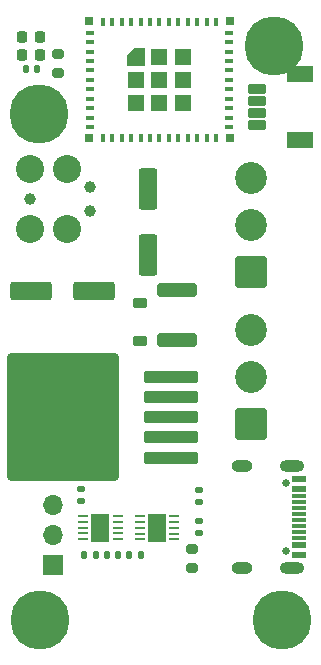
<source format=gts>
G04 #@! TF.GenerationSoftware,KiCad,Pcbnew,7.0.9+1*
G04 #@! TF.CreationDate,2024-01-15T22:22:17-05:00*
G04 #@! TF.ProjectId,2812-32-mini,32383132-2d33-4322-9d6d-696e692e6b69,rev?*
G04 #@! TF.SameCoordinates,Original*
G04 #@! TF.FileFunction,Soldermask,Top*
G04 #@! TF.FilePolarity,Negative*
%FSLAX46Y46*%
G04 Gerber Fmt 4.6, Leading zero omitted, Abs format (unit mm)*
G04 Created by KiCad (PCBNEW 7.0.9+1) date 2024-01-15 22:22:17*
%MOMM*%
%LPD*%
G01*
G04 APERTURE LIST*
G04 Aperture macros list*
%AMRoundRect*
0 Rectangle with rounded corners*
0 $1 Rounding radius*
0 $2 $3 $4 $5 $6 $7 $8 $9 X,Y pos of 4 corners*
0 Add a 4 corners polygon primitive as box body*
4,1,4,$2,$3,$4,$5,$6,$7,$8,$9,$2,$3,0*
0 Add four circle primitives for the rounded corners*
1,1,$1+$1,$2,$3*
1,1,$1+$1,$4,$5*
1,1,$1+$1,$6,$7*
1,1,$1+$1,$8,$9*
0 Add four rect primitives between the rounded corners*
20,1,$1+$1,$2,$3,$4,$5,0*
20,1,$1+$1,$4,$5,$6,$7,0*
20,1,$1+$1,$6,$7,$8,$9,0*
20,1,$1+$1,$8,$9,$2,$3,0*%
%AMFreePoly0*
4,1,6,0.725000,-0.725000,-0.725000,-0.725000,-0.725000,0.125000,-0.125000,0.725000,0.725000,0.725000,0.725000,-0.725000,0.725000,-0.725000,$1*%
G04 Aperture macros list end*
%ADD10RoundRect,0.135000X0.185000X-0.135000X0.185000X0.135000X-0.185000X0.135000X-0.185000X-0.135000X0*%
%ADD11RoundRect,0.250000X1.450000X-0.312500X1.450000X0.312500X-1.450000X0.312500X-1.450000X-0.312500X0*%
%ADD12C,5.000000*%
%ADD13R,0.800000X0.400000*%
%ADD14R,0.400000X0.800000*%
%ADD15FreePoly0,0.000000*%
%ADD16R,1.450000X1.450000*%
%ADD17R,0.700000X0.700000*%
%ADD18RoundRect,0.140000X0.140000X0.170000X-0.140000X0.170000X-0.140000X-0.170000X0.140000X-0.170000X0*%
%ADD19RoundRect,0.101600X0.675000X-0.300000X0.675000X0.300000X-0.675000X0.300000X-0.675000X-0.300000X0*%
%ADD20RoundRect,0.101600X1.000000X-0.600000X1.000000X0.600000X-1.000000X0.600000X-1.000000X-0.600000X0*%
%ADD21RoundRect,0.250000X2.050000X0.300000X-2.050000X0.300000X-2.050000X-0.300000X2.050000X-0.300000X0*%
%ADD22RoundRect,0.250002X4.449998X5.149998X-4.449998X5.149998X-4.449998X-5.149998X4.449998X-5.149998X0*%
%ADD23RoundRect,0.225000X0.225000X0.250000X-0.225000X0.250000X-0.225000X-0.250000X0.225000X-0.250000X0*%
%ADD24RoundRect,0.135000X-0.185000X0.135000X-0.185000X-0.135000X0.185000X-0.135000X0.185000X0.135000X0*%
%ADD25RoundRect,0.225000X0.375000X-0.225000X0.375000X0.225000X-0.375000X0.225000X-0.375000X-0.225000X0*%
%ADD26RoundRect,0.250001X1.099999X-1.099999X1.099999X1.099999X-1.099999X1.099999X-1.099999X-1.099999X0*%
%ADD27C,2.700000*%
%ADD28RoundRect,0.225000X-0.225000X-0.250000X0.225000X-0.250000X0.225000X0.250000X-0.225000X0.250000X0*%
%ADD29RoundRect,0.200000X0.275000X-0.200000X0.275000X0.200000X-0.275000X0.200000X-0.275000X-0.200000X0*%
%ADD30RoundRect,0.250000X-0.550000X1.500000X-0.550000X-1.500000X0.550000X-1.500000X0.550000X1.500000X0*%
%ADD31RoundRect,0.135000X0.135000X0.185000X-0.135000X0.185000X-0.135000X-0.185000X0.135000X-0.185000X0*%
%ADD32RoundRect,0.062500X0.350000X0.062500X-0.350000X0.062500X-0.350000X-0.062500X0.350000X-0.062500X0*%
%ADD33R,1.580000X2.350000*%
%ADD34C,0.650000*%
%ADD35R,1.240000X0.600000*%
%ADD36R,1.240000X0.300000*%
%ADD37O,2.100000X1.000000*%
%ADD38O,1.800000X1.000000*%
%ADD39RoundRect,0.250000X-1.500000X-0.550000X1.500000X-0.550000X1.500000X0.550000X-1.500000X0.550000X0*%
%ADD40RoundRect,0.062500X0.362500X0.062500X-0.362500X0.062500X-0.362500X-0.062500X0.362500X-0.062500X0*%
%ADD41R,1.650000X2.380000*%
%ADD42R,1.700000X1.700000*%
%ADD43O,1.700000X1.700000*%
%ADD44C,2.374900*%
%ADD45C,0.990600*%
G04 APERTURE END LIST*
D10*
X93350000Y-62000000D03*
X93350000Y-60980000D03*
D11*
X91530000Y-45655000D03*
X91530000Y-41380000D03*
D12*
X79800000Y-26500000D03*
D13*
X84100000Y-19600000D03*
X84100000Y-20400000D03*
X84100000Y-21200000D03*
X84100000Y-22000000D03*
X84100000Y-22800000D03*
X84100000Y-23600000D03*
X84100000Y-24400000D03*
X84100000Y-25200000D03*
X84100000Y-26000000D03*
X84100000Y-26800000D03*
X84100000Y-27600000D03*
D14*
X85200000Y-28500000D03*
X86000000Y-28500000D03*
X86800000Y-28500000D03*
X87600000Y-28500000D03*
X88400000Y-28500000D03*
X89200000Y-28500000D03*
X90000000Y-28500000D03*
X90800000Y-28500000D03*
X91600000Y-28500000D03*
X92400000Y-28500000D03*
X93200000Y-28500000D03*
X94000000Y-28500000D03*
X94800000Y-28500000D03*
D13*
X95900000Y-27600000D03*
X95900000Y-26800000D03*
X95900000Y-26000000D03*
X95900000Y-25200000D03*
X95900000Y-24400000D03*
X95900000Y-23600000D03*
X95900000Y-22800000D03*
X95900000Y-22000000D03*
X95900000Y-21200000D03*
X95900000Y-20400000D03*
X95900000Y-19600000D03*
D14*
X94800000Y-18700000D03*
X94000000Y-18700000D03*
X93200000Y-18700000D03*
X92400000Y-18700000D03*
X91600000Y-18700000D03*
X90800000Y-18700000D03*
X90000000Y-18700000D03*
X89200000Y-18700000D03*
X88400000Y-18700000D03*
X87600000Y-18700000D03*
X86800000Y-18700000D03*
X86000000Y-18700000D03*
X85200000Y-18700000D03*
D15*
X88025000Y-21625000D03*
D16*
X88025000Y-23600000D03*
X88025000Y-25575000D03*
X90000000Y-21625000D03*
X90000000Y-23600000D03*
X90000000Y-25575000D03*
X91975000Y-21625000D03*
X91975000Y-23600000D03*
X91975000Y-25575000D03*
D17*
X95950000Y-18650000D03*
X95950000Y-28550000D03*
X84050000Y-28550000D03*
X84050000Y-18650000D03*
D18*
X79650000Y-22700000D03*
X78690000Y-22700000D03*
D12*
X99700000Y-20700000D03*
D19*
X98255000Y-27400000D03*
X98255000Y-26400000D03*
X98255000Y-25400000D03*
X98255000Y-24400000D03*
D20*
X101930000Y-23100000D03*
X101930000Y-28700000D03*
D12*
X79900000Y-69300000D03*
D21*
X91000000Y-55575000D03*
X91000000Y-53875000D03*
X91000000Y-52175000D03*
D22*
X81850000Y-52175000D03*
D21*
X91000000Y-50475000D03*
X91000000Y-48775000D03*
D23*
X79900000Y-21475000D03*
X78350000Y-21475000D03*
D24*
X83340000Y-58260000D03*
X83340000Y-59280000D03*
D25*
X88360000Y-45750000D03*
X88360000Y-42450000D03*
D26*
X97750000Y-39837500D03*
D27*
X97750000Y-35877500D03*
X97750000Y-31917500D03*
D28*
X78350000Y-19950000D03*
X79900000Y-19950000D03*
D29*
X92740000Y-64930000D03*
X92740000Y-63280000D03*
D24*
X93350000Y-58340000D03*
X93350000Y-59360000D03*
D30*
X89040000Y-32810000D03*
X89040000Y-38410000D03*
D31*
X88450000Y-63800000D03*
X87430000Y-63800000D03*
D26*
X97760000Y-52700000D03*
D27*
X97760000Y-48740000D03*
X97760000Y-44780000D03*
D32*
X91232500Y-62510000D03*
X91232500Y-62010000D03*
X91232500Y-61510000D03*
X91232500Y-61010000D03*
X91232500Y-60510000D03*
X88357500Y-60510000D03*
X88357500Y-61010000D03*
X88357500Y-61510000D03*
X88357500Y-62010000D03*
X88357500Y-62510000D03*
D33*
X89795000Y-61510000D03*
D18*
X86500000Y-63800000D03*
X85540000Y-63800000D03*
D34*
X100690000Y-57710000D03*
X100690000Y-63490000D03*
D35*
X101810000Y-57400000D03*
X101810000Y-58200000D03*
D36*
X101810000Y-59350000D03*
X101810000Y-60350000D03*
X101810000Y-60850000D03*
X101810000Y-61850000D03*
D35*
X101810000Y-63000000D03*
X101810000Y-63800000D03*
X101810000Y-63800000D03*
X101810000Y-63000000D03*
D36*
X101810000Y-62350000D03*
X101810000Y-61350000D03*
X101810000Y-59850000D03*
X101810000Y-58850000D03*
D35*
X101810000Y-58200000D03*
X101810000Y-57400000D03*
D37*
X101210000Y-56280000D03*
D38*
X97010000Y-56280000D03*
D37*
X101210000Y-64920000D03*
D38*
X97010000Y-64920000D03*
D29*
X81400000Y-23050000D03*
X81400000Y-21400000D03*
D12*
X100400000Y-69300000D03*
D39*
X79100000Y-41500000D03*
X84500000Y-41500000D03*
D40*
X86460000Y-62505000D03*
X86460000Y-62005000D03*
X86460000Y-61505000D03*
X86460000Y-61005000D03*
X86460000Y-60505000D03*
X83560000Y-60505000D03*
X83560000Y-61005000D03*
X83560000Y-61505000D03*
X83560000Y-62005000D03*
X83560000Y-62505000D03*
D41*
X85010000Y-61505000D03*
D42*
X81000000Y-64680000D03*
D43*
X81000000Y-62140000D03*
X81000000Y-59600000D03*
D31*
X84620000Y-63800000D03*
X83600000Y-63800000D03*
D44*
X79025000Y-31120000D03*
D45*
X79025000Y-33660000D03*
D44*
X79025000Y-36200000D03*
X82200000Y-31120000D03*
X82200000Y-36200000D03*
D45*
X84105000Y-32644000D03*
X84105000Y-34676000D03*
M02*

</source>
